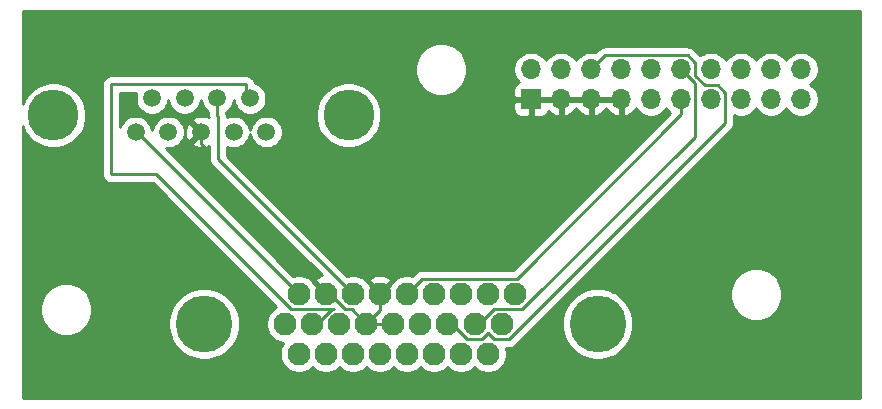
<source format=gbr>
%TF.GenerationSoftware,KiCad,Pcbnew,(5.1.6)-1*%
%TF.CreationDate,2020-07-21T19:36:40-05:00*%
%TF.ProjectId,AppleIIeCardYCable,4170706c-6549-4496-9543-617264594361,rev?*%
%TF.SameCoordinates,Original*%
%TF.FileFunction,Copper,L2,Bot*%
%TF.FilePolarity,Positive*%
%FSLAX46Y46*%
G04 Gerber Fmt 4.6, Leading zero omitted, Abs format (unit mm)*
G04 Created by KiCad (PCBNEW (5.1.6)-1) date 2020-07-21 19:36:40*
%MOMM*%
%LPD*%
G01*
G04 APERTURE LIST*
%TA.AperFunction,ComponentPad*%
%ADD10C,1.950000*%
%TD*%
%TA.AperFunction,ComponentPad*%
%ADD11C,4.800000*%
%TD*%
%TA.AperFunction,ComponentPad*%
%ADD12C,1.500000*%
%TD*%
%TA.AperFunction,ComponentPad*%
%ADD13C,4.300000*%
%TD*%
%TA.AperFunction,ComponentPad*%
%ADD14O,1.700000X1.700000*%
%TD*%
%TA.AperFunction,ComponentPad*%
%ADD15R,1.700000X1.700000*%
%TD*%
%TA.AperFunction,Conductor*%
%ADD16C,0.250000*%
%TD*%
%TA.AperFunction,Conductor*%
%ADD17C,0.254000*%
%TD*%
G04 APERTURE END LIST*
D10*
%TO.P,J1,1*%
%TO.N,Net-(J1-Pad1)*%
X139082001Y-81250001D03*
%TO.P,J1,2*%
%TO.N,GND*%
X141372001Y-81250001D03*
%TO.P,J1,3*%
%TO.N,Net-(J1-Pad3)*%
X143662001Y-81250001D03*
%TO.P,J1,4*%
%TO.N,GND*%
X145952001Y-81250001D03*
%TO.P,J1,5*%
%TO.N,+5V*%
X148242001Y-81250001D03*
%TO.P,J1,6*%
%TO.N,Net-(J1-Pad6)*%
X150532001Y-81250001D03*
%TO.P,J1,7*%
%TO.N,Net-(J1-Pad7)*%
X152822001Y-81250001D03*
%TO.P,J1,8*%
%TO.N,Net-(J1-Pad8)*%
X155112001Y-81250001D03*
%TO.P,J1,9*%
%TO.N,Net-(J1-Pad9)*%
X157402001Y-81250001D03*
%TO.P,J1,10*%
%TO.N,Net-(J1-Pad10)*%
X137937001Y-83790001D03*
%TO.P,J1,11*%
%TO.N,Net-(J1-Pad11)*%
X140227001Y-83790001D03*
%TO.P,J1,12*%
%TO.N,Net-(J1-Pad12)*%
X142517001Y-83790001D03*
%TO.P,J1,13*%
%TO.N,GND*%
X144807001Y-83790001D03*
%TO.P,J1,14*%
X147097001Y-83790001D03*
%TO.P,J1,15*%
%TO.N,Net-(J1-Pad15)*%
X149387001Y-83790001D03*
%TO.P,J1,16*%
%TO.N,Net-(J1-Pad16)*%
X151677001Y-83790001D03*
%TO.P,J1,17*%
%TO.N,Net-(J1-Pad17)*%
X153967001Y-83790001D03*
%TO.P,J1,18*%
%TO.N,Net-(J1-Pad18)*%
X156257001Y-83790001D03*
%TO.P,J1,19*%
%TO.N,Net-(J1-Pad19)*%
X139082001Y-86330001D03*
%TO.P,J1,20*%
%TO.N,Net-(J1-Pad20)*%
X141372001Y-86330001D03*
%TO.P,J1,21*%
%TO.N,Net-(J1-Pad21)*%
X143662001Y-86330001D03*
%TO.P,J1,22*%
%TO.N,Net-(J1-Pad22)*%
X145952001Y-86330001D03*
%TO.P,J1,23*%
%TO.N,Net-(J1-Pad23)*%
X148242001Y-86330001D03*
%TO.P,J1,24*%
%TO.N,Net-(J1-Pad24)*%
X150532001Y-86330001D03*
%TO.P,J1,25*%
%TO.N,Net-(J1-Pad25)*%
X152822001Y-86330001D03*
%TO.P,J1,26*%
%TO.N,Net-(J1-Pad26)*%
X155112001Y-86330001D03*
D11*
%TO.P,J1,MH1*%
%TO.N,Net-(J1-PadMH1)*%
X131067001Y-83790001D03*
%TO.P,J1,MH2*%
%TO.N,Net-(J1-PadMH2)*%
X164392001Y-83790001D03*
%TD*%
D12*
%TO.P,J2,1*%
%TO.N,Net-(J1-Pad1)*%
X125270000Y-67540000D03*
%TO.P,J2,2*%
%TO.N,Net-(J1-Pad21)*%
X128040000Y-67540000D03*
%TO.P,J2,3*%
%TO.N,GND*%
X130810000Y-67540000D03*
%TO.P,J2,4*%
%TO.N,Net-(J1-Pad20)*%
X133580000Y-67540000D03*
%TO.P,J2,5*%
%TO.N,Net-(J1-Pad12)*%
X136350000Y-67540000D03*
%TO.P,J2,6*%
%TO.N,Net-(J1-Pad19)*%
X126655000Y-64700000D03*
%TO.P,J2,7*%
%TO.N,Net-(J1-Pad10)*%
X129425000Y-64700000D03*
%TO.P,J2,8*%
%TO.N,Net-(J1-Pad3)*%
X132195000Y-64700000D03*
%TO.P,J2,9*%
%TO.N,Net-(J1-Pad11)*%
X134965000Y-64700000D03*
D13*
%TO.P,J2,10*%
%TO.N,N/C*%
X143305000Y-66120000D03*
%TO.P,J2,11*%
X118315000Y-66120000D03*
%TD*%
D14*
%TO.P,J3,20*%
%TO.N,Net-(J1-Pad15)*%
X181610000Y-62230000D03*
%TO.P,J3,19*%
%TO.N,Net-(J3-Pad19)*%
X181610000Y-64770000D03*
%TO.P,J3,18*%
%TO.N,Net-(J1-Pad18)*%
X179070000Y-62230000D03*
%TO.P,J3,17*%
%TO.N,Net-(J3-Pad17)*%
X179070000Y-64770000D03*
%TO.P,J3,16*%
%TO.N,Net-(J1-Pad9)*%
X176530000Y-62230000D03*
%TO.P,J3,15*%
%TO.N,Net-(J3-Pad15)*%
X176530000Y-64770000D03*
%TO.P,J3,14*%
%TO.N,Net-(J1-Pad26)*%
X173990000Y-62230000D03*
%TO.P,J3,13*%
%TO.N,Net-(J3-Pad13)*%
X173990000Y-64770000D03*
%TO.P,J3,12*%
%TO.N,Net-(J1-Pad17)*%
X171450000Y-62230000D03*
%TO.P,J3,11*%
%TO.N,+5V*%
X171450000Y-64770000D03*
%TO.P,J3,10*%
%TO.N,Net-(J1-Pad8)*%
X168910000Y-62230000D03*
%TO.P,J3,9*%
%TO.N,Net-(J3-Pad9)*%
X168910000Y-64770000D03*
%TO.P,J3,8*%
%TO.N,Net-(J1-Pad25)*%
X166370000Y-62230000D03*
%TO.P,J3,7*%
%TO.N,GND*%
X166370000Y-64770000D03*
%TO.P,J3,6*%
%TO.N,Net-(J1-Pad16)*%
X163830000Y-62230000D03*
%TO.P,J3,5*%
%TO.N,GND*%
X163830000Y-64770000D03*
%TO.P,J3,4*%
%TO.N,Net-(J1-Pad7)*%
X161290000Y-62230000D03*
%TO.P,J3,3*%
%TO.N,GND*%
X161290000Y-64770000D03*
%TO.P,J3,2*%
%TO.N,Net-(J1-Pad24)*%
X158750000Y-62230000D03*
D15*
%TO.P,J3,1*%
%TO.N,GND*%
X158750000Y-64770000D03*
%TD*%
D16*
%TO.N,Net-(J1-Pad1)*%
X125372000Y-67540000D02*
X125270000Y-67540000D01*
X139082001Y-81250001D02*
X125372000Y-67540000D01*
%TO.N,Net-(J1-Pad3)*%
X143662001Y-81250001D02*
X132262000Y-69850000D01*
X132262000Y-69850000D02*
X132262000Y-66222000D01*
X132195000Y-66155000D02*
X132195000Y-64700000D01*
X132262000Y-66222000D02*
X132195000Y-66155000D01*
%TO.N,GND*%
X141372001Y-81250001D02*
X131242000Y-71120000D01*
X131242000Y-71120000D02*
X131242000Y-69012000D01*
X130810000Y-68580000D02*
X130810000Y-67540000D01*
X131242000Y-69012000D02*
X130810000Y-68580000D01*
X147097001Y-83790001D02*
X147290001Y-83790001D01*
X166370000Y-64770000D02*
X158750000Y-64770000D01*
X158750000Y-68452002D02*
X145952001Y-81250001D01*
X158750000Y-64770000D02*
X158750000Y-68452002D01*
X145952001Y-82645001D02*
X144807001Y-83790001D01*
X145952001Y-81250001D02*
X145952001Y-82645001D01*
X144807001Y-83790001D02*
X147097001Y-83790001D01*
X141737999Y-81250001D02*
X141372001Y-81250001D01*
X143038000Y-82550002D02*
X141737999Y-81250001D01*
X143567002Y-82550002D02*
X143038000Y-82550002D01*
X144807001Y-83790001D02*
X143567002Y-82550002D01*
%TO.N,+5V*%
X171450000Y-66040000D02*
X171450000Y-64770000D01*
X148242001Y-81250001D02*
X149542002Y-79950000D01*
X157540000Y-79950000D02*
X171450000Y-66040000D01*
X149542002Y-79950000D02*
X157540000Y-79950000D01*
%TO.N,Net-(J1-Pad11)*%
X140592999Y-83790001D02*
X141893000Y-82490000D01*
X140227001Y-83790001D02*
X140592999Y-83790001D01*
X138458000Y-82550002D02*
X127027998Y-71120000D01*
X141893000Y-82490000D02*
X142056004Y-82490000D01*
X141996002Y-82550002D02*
X138458000Y-82550002D01*
X142056004Y-82490000D02*
X141996002Y-82550002D01*
X127027998Y-71120000D02*
X123190000Y-71120000D01*
X123190000Y-71120000D02*
X123190000Y-63500000D01*
X123190000Y-63500000D02*
X134620000Y-63500000D01*
X134620000Y-64355000D02*
X134965000Y-64700000D01*
X134620000Y-63500000D02*
X134620000Y-64355000D01*
%TO.N,Net-(J1-Pad16)*%
X165005001Y-61054999D02*
X163830000Y-62230000D01*
X172625001Y-61665999D02*
X172014001Y-61054999D01*
X172625001Y-62768591D02*
X172625001Y-61665999D01*
X173451409Y-63594999D02*
X172625001Y-62768591D01*
X174554001Y-63594999D02*
X173451409Y-63594999D01*
X175165001Y-64205999D02*
X174554001Y-63594999D01*
X156881002Y-85090002D02*
X175165001Y-66806003D01*
X155633000Y-85090002D02*
X156881002Y-85090002D01*
X155112001Y-84569003D02*
X155633000Y-85090002D01*
X172014001Y-61054999D02*
X165005001Y-61054999D01*
X154591002Y-85090002D02*
X155112001Y-84569003D01*
X153343000Y-85090002D02*
X154591002Y-85090002D01*
X152042999Y-83790001D02*
X153343000Y-85090002D01*
X175165001Y-66806003D02*
X175165001Y-64205999D01*
X151677001Y-83790001D02*
X152042999Y-83790001D01*
%TO.N,Net-(J1-Pad17)*%
X172625001Y-67951003D02*
X172625001Y-63405001D01*
X156778000Y-82550002D02*
X158026002Y-82550002D01*
X172625001Y-63405001D02*
X171450000Y-62230000D01*
X158026002Y-82550002D02*
X172625001Y-67951003D01*
X155633000Y-82490000D02*
X156717998Y-82490000D01*
X154332999Y-83790001D02*
X155633000Y-82490000D01*
X156717998Y-82490000D02*
X156778000Y-82550002D01*
X153967001Y-83790001D02*
X154332999Y-83790001D01*
%TD*%
D17*
%TO.N,GND*%
G36*
X186563000Y-90043000D02*
G01*
X115697000Y-90043000D01*
X115697000Y-82329872D01*
X117145000Y-82329872D01*
X117145000Y-82770128D01*
X117230890Y-83201925D01*
X117399369Y-83608669D01*
X117643962Y-83974729D01*
X117955271Y-84286038D01*
X118321331Y-84530631D01*
X118728075Y-84699110D01*
X119159872Y-84785000D01*
X119600128Y-84785000D01*
X120031925Y-84699110D01*
X120438669Y-84530631D01*
X120804729Y-84286038D01*
X121116038Y-83974729D01*
X121360631Y-83608669D01*
X121409337Y-83491080D01*
X128032001Y-83491080D01*
X128032001Y-84088922D01*
X128148634Y-84675278D01*
X128377419Y-85227613D01*
X128709563Y-85724701D01*
X129132301Y-86147439D01*
X129629389Y-86479583D01*
X130181724Y-86708368D01*
X130768080Y-86825001D01*
X131365922Y-86825001D01*
X131952278Y-86708368D01*
X132504613Y-86479583D01*
X133001701Y-86147439D01*
X133424439Y-85724701D01*
X133756583Y-85227613D01*
X133985368Y-84675278D01*
X134102001Y-84088922D01*
X134102001Y-83491080D01*
X133985368Y-82904724D01*
X133756583Y-82352389D01*
X133424439Y-81855301D01*
X133001701Y-81432563D01*
X132504613Y-81100419D01*
X131952278Y-80871634D01*
X131365922Y-80755001D01*
X130768080Y-80755001D01*
X130181724Y-80871634D01*
X129629389Y-81100419D01*
X129132301Y-81432563D01*
X128709563Y-81855301D01*
X128377419Y-82352389D01*
X128148634Y-82904724D01*
X128032001Y-83491080D01*
X121409337Y-83491080D01*
X121529110Y-83201925D01*
X121615000Y-82770128D01*
X121615000Y-82329872D01*
X121529110Y-81898075D01*
X121360631Y-81491331D01*
X121116038Y-81125271D01*
X120804729Y-80813962D01*
X120438669Y-80569369D01*
X120031925Y-80400890D01*
X119600128Y-80315000D01*
X119159872Y-80315000D01*
X118728075Y-80400890D01*
X118321331Y-80569369D01*
X117955271Y-80813962D01*
X117643962Y-81125271D01*
X117399369Y-81491331D01*
X117230890Y-81898075D01*
X117145000Y-82329872D01*
X115697000Y-82329872D01*
X115697000Y-67077144D01*
X115846965Y-67439192D01*
X116151750Y-67895334D01*
X116539666Y-68283250D01*
X116995808Y-68588035D01*
X117502646Y-68797974D01*
X118040701Y-68905000D01*
X118589299Y-68905000D01*
X119127354Y-68797974D01*
X119634192Y-68588035D01*
X120090334Y-68283250D01*
X120478250Y-67895334D01*
X120783035Y-67439192D01*
X120992974Y-66932354D01*
X121100000Y-66394299D01*
X121100000Y-65845701D01*
X120992974Y-65307646D01*
X120783035Y-64800808D01*
X120478250Y-64344666D01*
X120090334Y-63956750D01*
X119634192Y-63651965D01*
X119267316Y-63500000D01*
X122426323Y-63500000D01*
X122430001Y-63537343D01*
X122430000Y-71082667D01*
X122426323Y-71120000D01*
X122440997Y-71268986D01*
X122484454Y-71412247D01*
X122555026Y-71544276D01*
X122626200Y-71631002D01*
X122649999Y-71660001D01*
X122765724Y-71754974D01*
X122897753Y-71825546D01*
X123041014Y-71869003D01*
X123190000Y-71883677D01*
X123227333Y-71880000D01*
X126713197Y-71880000D01*
X137189975Y-82356778D01*
X137174380Y-82363238D01*
X136910686Y-82539432D01*
X136686432Y-82763686D01*
X136510238Y-83027380D01*
X136388872Y-83320381D01*
X136327001Y-83631430D01*
X136327001Y-83948572D01*
X136388872Y-84259621D01*
X136510238Y-84552622D01*
X136686432Y-84816316D01*
X136910686Y-85040570D01*
X137174380Y-85216764D01*
X137467381Y-85338130D01*
X137768409Y-85398008D01*
X137655238Y-85567380D01*
X137533872Y-85860381D01*
X137472001Y-86171430D01*
X137472001Y-86488572D01*
X137533872Y-86799621D01*
X137655238Y-87092622D01*
X137831432Y-87356316D01*
X138055686Y-87580570D01*
X138319380Y-87756764D01*
X138612381Y-87878130D01*
X138923430Y-87940001D01*
X139240572Y-87940001D01*
X139551621Y-87878130D01*
X139844622Y-87756764D01*
X140108316Y-87580570D01*
X140227001Y-87461885D01*
X140345686Y-87580570D01*
X140609380Y-87756764D01*
X140902381Y-87878130D01*
X141213430Y-87940001D01*
X141530572Y-87940001D01*
X141841621Y-87878130D01*
X142134622Y-87756764D01*
X142398316Y-87580570D01*
X142517001Y-87461885D01*
X142635686Y-87580570D01*
X142899380Y-87756764D01*
X143192381Y-87878130D01*
X143503430Y-87940001D01*
X143820572Y-87940001D01*
X144131621Y-87878130D01*
X144424622Y-87756764D01*
X144688316Y-87580570D01*
X144807001Y-87461885D01*
X144925686Y-87580570D01*
X145189380Y-87756764D01*
X145482381Y-87878130D01*
X145793430Y-87940001D01*
X146110572Y-87940001D01*
X146421621Y-87878130D01*
X146714622Y-87756764D01*
X146978316Y-87580570D01*
X147097001Y-87461885D01*
X147215686Y-87580570D01*
X147479380Y-87756764D01*
X147772381Y-87878130D01*
X148083430Y-87940001D01*
X148400572Y-87940001D01*
X148711621Y-87878130D01*
X149004622Y-87756764D01*
X149268316Y-87580570D01*
X149387001Y-87461885D01*
X149505686Y-87580570D01*
X149769380Y-87756764D01*
X150062381Y-87878130D01*
X150373430Y-87940001D01*
X150690572Y-87940001D01*
X151001621Y-87878130D01*
X151294622Y-87756764D01*
X151558316Y-87580570D01*
X151677001Y-87461885D01*
X151795686Y-87580570D01*
X152059380Y-87756764D01*
X152352381Y-87878130D01*
X152663430Y-87940001D01*
X152980572Y-87940001D01*
X153291621Y-87878130D01*
X153584622Y-87756764D01*
X153848316Y-87580570D01*
X153967001Y-87461885D01*
X154085686Y-87580570D01*
X154349380Y-87756764D01*
X154642381Y-87878130D01*
X154953430Y-87940001D01*
X155270572Y-87940001D01*
X155581621Y-87878130D01*
X155874622Y-87756764D01*
X156138316Y-87580570D01*
X156362570Y-87356316D01*
X156538764Y-87092622D01*
X156660130Y-86799621D01*
X156722001Y-86488572D01*
X156722001Y-86171430D01*
X156660130Y-85860381D01*
X156655831Y-85850002D01*
X156843680Y-85850002D01*
X156881002Y-85853678D01*
X156918324Y-85850002D01*
X156918335Y-85850002D01*
X157029988Y-85839005D01*
X157173249Y-85795548D01*
X157305278Y-85724976D01*
X157421003Y-85630003D01*
X157444806Y-85600999D01*
X159554725Y-83491080D01*
X161357001Y-83491080D01*
X161357001Y-84088922D01*
X161473634Y-84675278D01*
X161702419Y-85227613D01*
X162034563Y-85724701D01*
X162457301Y-86147439D01*
X162954389Y-86479583D01*
X163506724Y-86708368D01*
X164093080Y-86825001D01*
X164690922Y-86825001D01*
X165277278Y-86708368D01*
X165829613Y-86479583D01*
X166326701Y-86147439D01*
X166749439Y-85724701D01*
X167081583Y-85227613D01*
X167310368Y-84675278D01*
X167427001Y-84088922D01*
X167427001Y-83491080D01*
X167310368Y-82904724D01*
X167081583Y-82352389D01*
X166749439Y-81855301D01*
X166326701Y-81432563D01*
X165829613Y-81100419D01*
X165731725Y-81059872D01*
X175565000Y-81059872D01*
X175565000Y-81500128D01*
X175650890Y-81931925D01*
X175819369Y-82338669D01*
X176063962Y-82704729D01*
X176375271Y-83016038D01*
X176741331Y-83260631D01*
X177148075Y-83429110D01*
X177579872Y-83515000D01*
X178020128Y-83515000D01*
X178451925Y-83429110D01*
X178858669Y-83260631D01*
X179224729Y-83016038D01*
X179536038Y-82704729D01*
X179780631Y-82338669D01*
X179949110Y-81931925D01*
X180035000Y-81500128D01*
X180035000Y-81059872D01*
X179949110Y-80628075D01*
X179780631Y-80221331D01*
X179536038Y-79855271D01*
X179224729Y-79543962D01*
X178858669Y-79299369D01*
X178451925Y-79130890D01*
X178020128Y-79045000D01*
X177579872Y-79045000D01*
X177148075Y-79130890D01*
X176741331Y-79299369D01*
X176375271Y-79543962D01*
X176063962Y-79855271D01*
X175819369Y-80221331D01*
X175650890Y-80628075D01*
X175565000Y-81059872D01*
X165731725Y-81059872D01*
X165277278Y-80871634D01*
X164690922Y-80755001D01*
X164093080Y-80755001D01*
X163506724Y-80871634D01*
X162954389Y-81100419D01*
X162457301Y-81432563D01*
X162034563Y-81855301D01*
X161702419Y-82352389D01*
X161473634Y-82904724D01*
X161357001Y-83491080D01*
X159554725Y-83491080D01*
X175676005Y-67369801D01*
X175705002Y-67346004D01*
X175799975Y-67230279D01*
X175870547Y-67098250D01*
X175914004Y-66954989D01*
X175925001Y-66843336D01*
X175925001Y-66843327D01*
X175928677Y-66806004D01*
X175925001Y-66768681D01*
X175925001Y-66126753D01*
X176096842Y-66197932D01*
X176383740Y-66255000D01*
X176676260Y-66255000D01*
X176963158Y-66197932D01*
X177233411Y-66085990D01*
X177476632Y-65923475D01*
X177683475Y-65716632D01*
X177800000Y-65542240D01*
X177916525Y-65716632D01*
X178123368Y-65923475D01*
X178366589Y-66085990D01*
X178636842Y-66197932D01*
X178923740Y-66255000D01*
X179216260Y-66255000D01*
X179503158Y-66197932D01*
X179773411Y-66085990D01*
X180016632Y-65923475D01*
X180223475Y-65716632D01*
X180340000Y-65542240D01*
X180456525Y-65716632D01*
X180663368Y-65923475D01*
X180906589Y-66085990D01*
X181176842Y-66197932D01*
X181463740Y-66255000D01*
X181756260Y-66255000D01*
X182043158Y-66197932D01*
X182313411Y-66085990D01*
X182556632Y-65923475D01*
X182763475Y-65716632D01*
X182925990Y-65473411D01*
X183037932Y-65203158D01*
X183095000Y-64916260D01*
X183095000Y-64623740D01*
X183037932Y-64336842D01*
X182925990Y-64066589D01*
X182763475Y-63823368D01*
X182556632Y-63616525D01*
X182382240Y-63500000D01*
X182556632Y-63383475D01*
X182763475Y-63176632D01*
X182925990Y-62933411D01*
X183037932Y-62663158D01*
X183095000Y-62376260D01*
X183095000Y-62083740D01*
X183037932Y-61796842D01*
X182925990Y-61526589D01*
X182763475Y-61283368D01*
X182556632Y-61076525D01*
X182313411Y-60914010D01*
X182043158Y-60802068D01*
X181756260Y-60745000D01*
X181463740Y-60745000D01*
X181176842Y-60802068D01*
X180906589Y-60914010D01*
X180663368Y-61076525D01*
X180456525Y-61283368D01*
X180340000Y-61457760D01*
X180223475Y-61283368D01*
X180016632Y-61076525D01*
X179773411Y-60914010D01*
X179503158Y-60802068D01*
X179216260Y-60745000D01*
X178923740Y-60745000D01*
X178636842Y-60802068D01*
X178366589Y-60914010D01*
X178123368Y-61076525D01*
X177916525Y-61283368D01*
X177800000Y-61457760D01*
X177683475Y-61283368D01*
X177476632Y-61076525D01*
X177233411Y-60914010D01*
X176963158Y-60802068D01*
X176676260Y-60745000D01*
X176383740Y-60745000D01*
X176096842Y-60802068D01*
X175826589Y-60914010D01*
X175583368Y-61076525D01*
X175376525Y-61283368D01*
X175260000Y-61457760D01*
X175143475Y-61283368D01*
X174936632Y-61076525D01*
X174693411Y-60914010D01*
X174423158Y-60802068D01*
X174136260Y-60745000D01*
X173843740Y-60745000D01*
X173556842Y-60802068D01*
X173286589Y-60914010D01*
X173083509Y-61049704D01*
X172577804Y-60544001D01*
X172554002Y-60514998D01*
X172438277Y-60420025D01*
X172306248Y-60349453D01*
X172162987Y-60305996D01*
X172051334Y-60294999D01*
X172051323Y-60294999D01*
X172014001Y-60291323D01*
X171976679Y-60294999D01*
X165042323Y-60294999D01*
X165005000Y-60291323D01*
X164967677Y-60294999D01*
X164967668Y-60294999D01*
X164856015Y-60305996D01*
X164712754Y-60349453D01*
X164580725Y-60420025D01*
X164465000Y-60514998D01*
X164441202Y-60543996D01*
X164196408Y-60788790D01*
X163976260Y-60745000D01*
X163683740Y-60745000D01*
X163396842Y-60802068D01*
X163126589Y-60914010D01*
X162883368Y-61076525D01*
X162676525Y-61283368D01*
X162560000Y-61457760D01*
X162443475Y-61283368D01*
X162236632Y-61076525D01*
X161993411Y-60914010D01*
X161723158Y-60802068D01*
X161436260Y-60745000D01*
X161143740Y-60745000D01*
X160856842Y-60802068D01*
X160586589Y-60914010D01*
X160343368Y-61076525D01*
X160136525Y-61283368D01*
X160020000Y-61457760D01*
X159903475Y-61283368D01*
X159696632Y-61076525D01*
X159453411Y-60914010D01*
X159183158Y-60802068D01*
X158896260Y-60745000D01*
X158603740Y-60745000D01*
X158316842Y-60802068D01*
X158046589Y-60914010D01*
X157803368Y-61076525D01*
X157596525Y-61283368D01*
X157434010Y-61526589D01*
X157322068Y-61796842D01*
X157265000Y-62083740D01*
X157265000Y-62376260D01*
X157322068Y-62663158D01*
X157434010Y-62933411D01*
X157596525Y-63176632D01*
X157728380Y-63308487D01*
X157655820Y-63330498D01*
X157545506Y-63389463D01*
X157448815Y-63468815D01*
X157369463Y-63565506D01*
X157310498Y-63675820D01*
X157274188Y-63795518D01*
X157261928Y-63920000D01*
X157265000Y-64484250D01*
X157423750Y-64643000D01*
X158623000Y-64643000D01*
X158623000Y-64623000D01*
X158877000Y-64623000D01*
X158877000Y-64643000D01*
X161163000Y-64643000D01*
X161163000Y-64623000D01*
X161417000Y-64623000D01*
X161417000Y-64643000D01*
X163703000Y-64643000D01*
X163703000Y-64623000D01*
X163957000Y-64623000D01*
X163957000Y-64643000D01*
X166243000Y-64643000D01*
X166243000Y-64623000D01*
X166497000Y-64623000D01*
X166497000Y-64643000D01*
X166517000Y-64643000D01*
X166517000Y-64897000D01*
X166497000Y-64897000D01*
X166497000Y-66090155D01*
X166726890Y-66211476D01*
X166874099Y-66166825D01*
X167136920Y-66041641D01*
X167370269Y-65867588D01*
X167565178Y-65651355D01*
X167634805Y-65534466D01*
X167756525Y-65716632D01*
X167963368Y-65923475D01*
X168206589Y-66085990D01*
X168476842Y-66197932D01*
X168763740Y-66255000D01*
X169056260Y-66255000D01*
X169343158Y-66197932D01*
X169613411Y-66085990D01*
X169856632Y-65923475D01*
X170063475Y-65716632D01*
X170180000Y-65542240D01*
X170296525Y-65716632D01*
X170497546Y-65917653D01*
X157225199Y-79190000D01*
X149579324Y-79190000D01*
X149542001Y-79186324D01*
X149504678Y-79190000D01*
X149504669Y-79190000D01*
X149393016Y-79200997D01*
X149249755Y-79244454D01*
X149117725Y-79315026D01*
X149034085Y-79383668D01*
X149002001Y-79409999D01*
X148978203Y-79438997D01*
X148714242Y-79702958D01*
X148711621Y-79701872D01*
X148400572Y-79640001D01*
X148083430Y-79640001D01*
X147772381Y-79701872D01*
X147479380Y-79823238D01*
X147215686Y-79999432D01*
X146991432Y-80223686D01*
X146815238Y-80487380D01*
X146759384Y-80622223D01*
X146131606Y-81250001D01*
X146145749Y-81264144D01*
X145966144Y-81443749D01*
X145952001Y-81429606D01*
X145937859Y-81443749D01*
X145758254Y-81264144D01*
X145772396Y-81250001D01*
X145144618Y-80622223D01*
X145088764Y-80487380D01*
X144912570Y-80223686D01*
X144821301Y-80132417D01*
X145014022Y-80132417D01*
X145952001Y-81070396D01*
X146889980Y-80132417D01*
X146797235Y-79870572D01*
X146511881Y-79732181D01*
X146205011Y-79652118D01*
X145888417Y-79633461D01*
X145574268Y-79676927D01*
X145274634Y-79780845D01*
X145106767Y-79870572D01*
X145014022Y-80132417D01*
X144821301Y-80132417D01*
X144688316Y-79999432D01*
X144424622Y-79823238D01*
X144131621Y-79701872D01*
X143820572Y-79640001D01*
X143503430Y-79640001D01*
X143192381Y-79701872D01*
X143189760Y-79702958D01*
X133022000Y-69535199D01*
X133022000Y-68807982D01*
X133176011Y-68871775D01*
X133443589Y-68925000D01*
X133716411Y-68925000D01*
X133983989Y-68871775D01*
X134236043Y-68767371D01*
X134462886Y-68615799D01*
X134655799Y-68422886D01*
X134807371Y-68196043D01*
X134911775Y-67943989D01*
X134965000Y-67676411D01*
X135018225Y-67943989D01*
X135122629Y-68196043D01*
X135274201Y-68422886D01*
X135467114Y-68615799D01*
X135693957Y-68767371D01*
X135946011Y-68871775D01*
X136213589Y-68925000D01*
X136486411Y-68925000D01*
X136753989Y-68871775D01*
X137006043Y-68767371D01*
X137232886Y-68615799D01*
X137425799Y-68422886D01*
X137577371Y-68196043D01*
X137681775Y-67943989D01*
X137735000Y-67676411D01*
X137735000Y-67403589D01*
X137681775Y-67136011D01*
X137577371Y-66883957D01*
X137425799Y-66657114D01*
X137232886Y-66464201D01*
X137006043Y-66312629D01*
X136753989Y-66208225D01*
X136486411Y-66155000D01*
X136213589Y-66155000D01*
X135946011Y-66208225D01*
X135693957Y-66312629D01*
X135467114Y-66464201D01*
X135274201Y-66657114D01*
X135122629Y-66883957D01*
X135018225Y-67136011D01*
X134965000Y-67403589D01*
X134911775Y-67136011D01*
X134807371Y-66883957D01*
X134655799Y-66657114D01*
X134462886Y-66464201D01*
X134236043Y-66312629D01*
X133983989Y-66208225D01*
X133716411Y-66155000D01*
X133443589Y-66155000D01*
X133176011Y-66208225D01*
X133022000Y-66272018D01*
X133022000Y-66259322D01*
X133025676Y-66221999D01*
X133022000Y-66184677D01*
X133022000Y-66184667D01*
X133011003Y-66073014D01*
X132967546Y-65929753D01*
X132955000Y-65906281D01*
X132955000Y-65857909D01*
X133077886Y-65775799D01*
X133270799Y-65582886D01*
X133422371Y-65356043D01*
X133526775Y-65103989D01*
X133580000Y-64836411D01*
X133633225Y-65103989D01*
X133737629Y-65356043D01*
X133889201Y-65582886D01*
X134082114Y-65775799D01*
X134308957Y-65927371D01*
X134561011Y-66031775D01*
X134828589Y-66085000D01*
X135101411Y-66085000D01*
X135368989Y-66031775D01*
X135621043Y-65927371D01*
X135743270Y-65845701D01*
X140520000Y-65845701D01*
X140520000Y-66394299D01*
X140627026Y-66932354D01*
X140836965Y-67439192D01*
X141141750Y-67895334D01*
X141529666Y-68283250D01*
X141985808Y-68588035D01*
X142492646Y-68797974D01*
X143030701Y-68905000D01*
X143579299Y-68905000D01*
X144117354Y-68797974D01*
X144624192Y-68588035D01*
X145080334Y-68283250D01*
X145468250Y-67895334D01*
X145773035Y-67439192D01*
X145982974Y-66932354D01*
X146090000Y-66394299D01*
X146090000Y-65845701D01*
X146045106Y-65620000D01*
X157261928Y-65620000D01*
X157274188Y-65744482D01*
X157310498Y-65864180D01*
X157369463Y-65974494D01*
X157448815Y-66071185D01*
X157545506Y-66150537D01*
X157655820Y-66209502D01*
X157775518Y-66245812D01*
X157900000Y-66258072D01*
X158464250Y-66255000D01*
X158623000Y-66096250D01*
X158623000Y-64897000D01*
X158877000Y-64897000D01*
X158877000Y-66096250D01*
X159035750Y-66255000D01*
X159600000Y-66258072D01*
X159724482Y-66245812D01*
X159844180Y-66209502D01*
X159954494Y-66150537D01*
X160051185Y-66071185D01*
X160130537Y-65974494D01*
X160189502Y-65864180D01*
X160213966Y-65783534D01*
X160289731Y-65867588D01*
X160523080Y-66041641D01*
X160785901Y-66166825D01*
X160933110Y-66211476D01*
X161163000Y-66090155D01*
X161163000Y-64897000D01*
X161417000Y-64897000D01*
X161417000Y-66090155D01*
X161646890Y-66211476D01*
X161794099Y-66166825D01*
X162056920Y-66041641D01*
X162290269Y-65867588D01*
X162485178Y-65651355D01*
X162560000Y-65525745D01*
X162634822Y-65651355D01*
X162829731Y-65867588D01*
X163063080Y-66041641D01*
X163325901Y-66166825D01*
X163473110Y-66211476D01*
X163703000Y-66090155D01*
X163703000Y-64897000D01*
X163957000Y-64897000D01*
X163957000Y-66090155D01*
X164186890Y-66211476D01*
X164334099Y-66166825D01*
X164596920Y-66041641D01*
X164830269Y-65867588D01*
X165025178Y-65651355D01*
X165100000Y-65525745D01*
X165174822Y-65651355D01*
X165369731Y-65867588D01*
X165603080Y-66041641D01*
X165865901Y-66166825D01*
X166013110Y-66211476D01*
X166243000Y-66090155D01*
X166243000Y-64897000D01*
X163957000Y-64897000D01*
X163703000Y-64897000D01*
X161417000Y-64897000D01*
X161163000Y-64897000D01*
X158877000Y-64897000D01*
X158623000Y-64897000D01*
X157423750Y-64897000D01*
X157265000Y-65055750D01*
X157261928Y-65620000D01*
X146045106Y-65620000D01*
X145982974Y-65307646D01*
X145773035Y-64800808D01*
X145468250Y-64344666D01*
X145080334Y-63956750D01*
X144624192Y-63651965D01*
X144117354Y-63442026D01*
X143579299Y-63335000D01*
X143030701Y-63335000D01*
X142492646Y-63442026D01*
X141985808Y-63651965D01*
X141529666Y-63956750D01*
X141141750Y-64344666D01*
X140836965Y-64800808D01*
X140627026Y-65307646D01*
X140520000Y-65845701D01*
X135743270Y-65845701D01*
X135847886Y-65775799D01*
X136040799Y-65582886D01*
X136192371Y-65356043D01*
X136296775Y-65103989D01*
X136350000Y-64836411D01*
X136350000Y-64563589D01*
X136296775Y-64296011D01*
X136192371Y-64043957D01*
X136040799Y-63817114D01*
X135847886Y-63624201D01*
X135621043Y-63472629D01*
X135370771Y-63368963D01*
X135369003Y-63351014D01*
X135325546Y-63207753D01*
X135254974Y-63075724D01*
X135160001Y-62959999D01*
X135044276Y-62865026D01*
X134912247Y-62794454D01*
X134768986Y-62750997D01*
X134657333Y-62740000D01*
X134620000Y-62736323D01*
X134582667Y-62740000D01*
X123227333Y-62740000D01*
X123190000Y-62736323D01*
X123152667Y-62740000D01*
X123041014Y-62750997D01*
X122897753Y-62794454D01*
X122765724Y-62865026D01*
X122649999Y-62959999D01*
X122555026Y-63075724D01*
X122484454Y-63207753D01*
X122440997Y-63351014D01*
X122426323Y-63500000D01*
X119267316Y-63500000D01*
X119127354Y-63442026D01*
X118589299Y-63335000D01*
X118040701Y-63335000D01*
X117502646Y-63442026D01*
X116995808Y-63651965D01*
X116539666Y-63956750D01*
X116151750Y-64344666D01*
X115846965Y-64800808D01*
X115697000Y-65162856D01*
X115697000Y-62009872D01*
X148895000Y-62009872D01*
X148895000Y-62450128D01*
X148980890Y-62881925D01*
X149149369Y-63288669D01*
X149393962Y-63654729D01*
X149705271Y-63966038D01*
X150071331Y-64210631D01*
X150478075Y-64379110D01*
X150909872Y-64465000D01*
X151350128Y-64465000D01*
X151781925Y-64379110D01*
X152188669Y-64210631D01*
X152554729Y-63966038D01*
X152866038Y-63654729D01*
X153110631Y-63288669D01*
X153279110Y-62881925D01*
X153365000Y-62450128D01*
X153365000Y-62009872D01*
X153279110Y-61578075D01*
X153110631Y-61171331D01*
X152866038Y-60805271D01*
X152554729Y-60493962D01*
X152188669Y-60249369D01*
X151781925Y-60080890D01*
X151350128Y-59995000D01*
X150909872Y-59995000D01*
X150478075Y-60080890D01*
X150071331Y-60249369D01*
X149705271Y-60493962D01*
X149393962Y-60805271D01*
X149149369Y-61171331D01*
X148980890Y-61578075D01*
X148895000Y-62009872D01*
X115697000Y-62009872D01*
X115697000Y-57277000D01*
X186563000Y-57277000D01*
X186563000Y-90043000D01*
G37*
X186563000Y-90043000D02*
X115697000Y-90043000D01*
X115697000Y-82329872D01*
X117145000Y-82329872D01*
X117145000Y-82770128D01*
X117230890Y-83201925D01*
X117399369Y-83608669D01*
X117643962Y-83974729D01*
X117955271Y-84286038D01*
X118321331Y-84530631D01*
X118728075Y-84699110D01*
X119159872Y-84785000D01*
X119600128Y-84785000D01*
X120031925Y-84699110D01*
X120438669Y-84530631D01*
X120804729Y-84286038D01*
X121116038Y-83974729D01*
X121360631Y-83608669D01*
X121409337Y-83491080D01*
X128032001Y-83491080D01*
X128032001Y-84088922D01*
X128148634Y-84675278D01*
X128377419Y-85227613D01*
X128709563Y-85724701D01*
X129132301Y-86147439D01*
X129629389Y-86479583D01*
X130181724Y-86708368D01*
X130768080Y-86825001D01*
X131365922Y-86825001D01*
X131952278Y-86708368D01*
X132504613Y-86479583D01*
X133001701Y-86147439D01*
X133424439Y-85724701D01*
X133756583Y-85227613D01*
X133985368Y-84675278D01*
X134102001Y-84088922D01*
X134102001Y-83491080D01*
X133985368Y-82904724D01*
X133756583Y-82352389D01*
X133424439Y-81855301D01*
X133001701Y-81432563D01*
X132504613Y-81100419D01*
X131952278Y-80871634D01*
X131365922Y-80755001D01*
X130768080Y-80755001D01*
X130181724Y-80871634D01*
X129629389Y-81100419D01*
X129132301Y-81432563D01*
X128709563Y-81855301D01*
X128377419Y-82352389D01*
X128148634Y-82904724D01*
X128032001Y-83491080D01*
X121409337Y-83491080D01*
X121529110Y-83201925D01*
X121615000Y-82770128D01*
X121615000Y-82329872D01*
X121529110Y-81898075D01*
X121360631Y-81491331D01*
X121116038Y-81125271D01*
X120804729Y-80813962D01*
X120438669Y-80569369D01*
X120031925Y-80400890D01*
X119600128Y-80315000D01*
X119159872Y-80315000D01*
X118728075Y-80400890D01*
X118321331Y-80569369D01*
X117955271Y-80813962D01*
X117643962Y-81125271D01*
X117399369Y-81491331D01*
X117230890Y-81898075D01*
X117145000Y-82329872D01*
X115697000Y-82329872D01*
X115697000Y-67077144D01*
X115846965Y-67439192D01*
X116151750Y-67895334D01*
X116539666Y-68283250D01*
X116995808Y-68588035D01*
X117502646Y-68797974D01*
X118040701Y-68905000D01*
X118589299Y-68905000D01*
X119127354Y-68797974D01*
X119634192Y-68588035D01*
X120090334Y-68283250D01*
X120478250Y-67895334D01*
X120783035Y-67439192D01*
X120992974Y-66932354D01*
X121100000Y-66394299D01*
X121100000Y-65845701D01*
X120992974Y-65307646D01*
X120783035Y-64800808D01*
X120478250Y-64344666D01*
X120090334Y-63956750D01*
X119634192Y-63651965D01*
X119267316Y-63500000D01*
X122426323Y-63500000D01*
X122430001Y-63537343D01*
X122430000Y-71082667D01*
X122426323Y-71120000D01*
X122440997Y-71268986D01*
X122484454Y-71412247D01*
X122555026Y-71544276D01*
X122626200Y-71631002D01*
X122649999Y-71660001D01*
X122765724Y-71754974D01*
X122897753Y-71825546D01*
X123041014Y-71869003D01*
X123190000Y-71883677D01*
X123227333Y-71880000D01*
X126713197Y-71880000D01*
X137189975Y-82356778D01*
X137174380Y-82363238D01*
X136910686Y-82539432D01*
X136686432Y-82763686D01*
X136510238Y-83027380D01*
X136388872Y-83320381D01*
X136327001Y-83631430D01*
X136327001Y-83948572D01*
X136388872Y-84259621D01*
X136510238Y-84552622D01*
X136686432Y-84816316D01*
X136910686Y-85040570D01*
X137174380Y-85216764D01*
X137467381Y-85338130D01*
X137768409Y-85398008D01*
X137655238Y-85567380D01*
X137533872Y-85860381D01*
X137472001Y-86171430D01*
X137472001Y-86488572D01*
X137533872Y-86799621D01*
X137655238Y-87092622D01*
X137831432Y-87356316D01*
X138055686Y-87580570D01*
X138319380Y-87756764D01*
X138612381Y-87878130D01*
X138923430Y-87940001D01*
X139240572Y-87940001D01*
X139551621Y-87878130D01*
X139844622Y-87756764D01*
X140108316Y-87580570D01*
X140227001Y-87461885D01*
X140345686Y-87580570D01*
X140609380Y-87756764D01*
X140902381Y-87878130D01*
X141213430Y-87940001D01*
X141530572Y-87940001D01*
X141841621Y-87878130D01*
X142134622Y-87756764D01*
X142398316Y-87580570D01*
X142517001Y-87461885D01*
X142635686Y-87580570D01*
X142899380Y-87756764D01*
X143192381Y-87878130D01*
X143503430Y-87940001D01*
X143820572Y-87940001D01*
X144131621Y-87878130D01*
X144424622Y-87756764D01*
X144688316Y-87580570D01*
X144807001Y-87461885D01*
X144925686Y-87580570D01*
X145189380Y-87756764D01*
X145482381Y-87878130D01*
X145793430Y-87940001D01*
X146110572Y-87940001D01*
X146421621Y-87878130D01*
X146714622Y-87756764D01*
X146978316Y-87580570D01*
X147097001Y-87461885D01*
X147215686Y-87580570D01*
X147479380Y-87756764D01*
X147772381Y-87878130D01*
X148083430Y-87940001D01*
X148400572Y-87940001D01*
X148711621Y-87878130D01*
X149004622Y-87756764D01*
X149268316Y-87580570D01*
X149387001Y-87461885D01*
X149505686Y-87580570D01*
X149769380Y-87756764D01*
X150062381Y-87878130D01*
X150373430Y-87940001D01*
X150690572Y-87940001D01*
X151001621Y-87878130D01*
X151294622Y-87756764D01*
X151558316Y-87580570D01*
X151677001Y-87461885D01*
X151795686Y-87580570D01*
X152059380Y-87756764D01*
X152352381Y-87878130D01*
X152663430Y-87940001D01*
X152980572Y-87940001D01*
X153291621Y-87878130D01*
X153584622Y-87756764D01*
X153848316Y-87580570D01*
X153967001Y-87461885D01*
X154085686Y-87580570D01*
X154349380Y-87756764D01*
X154642381Y-87878130D01*
X154953430Y-87940001D01*
X155270572Y-87940001D01*
X155581621Y-87878130D01*
X155874622Y-87756764D01*
X156138316Y-87580570D01*
X156362570Y-87356316D01*
X156538764Y-87092622D01*
X156660130Y-86799621D01*
X156722001Y-86488572D01*
X156722001Y-86171430D01*
X156660130Y-85860381D01*
X156655831Y-85850002D01*
X156843680Y-85850002D01*
X156881002Y-85853678D01*
X156918324Y-85850002D01*
X156918335Y-85850002D01*
X157029988Y-85839005D01*
X157173249Y-85795548D01*
X157305278Y-85724976D01*
X157421003Y-85630003D01*
X157444806Y-85600999D01*
X159554725Y-83491080D01*
X161357001Y-83491080D01*
X161357001Y-84088922D01*
X161473634Y-84675278D01*
X161702419Y-85227613D01*
X162034563Y-85724701D01*
X162457301Y-86147439D01*
X162954389Y-86479583D01*
X163506724Y-86708368D01*
X164093080Y-86825001D01*
X164690922Y-86825001D01*
X165277278Y-86708368D01*
X165829613Y-86479583D01*
X166326701Y-86147439D01*
X166749439Y-85724701D01*
X167081583Y-85227613D01*
X167310368Y-84675278D01*
X167427001Y-84088922D01*
X167427001Y-83491080D01*
X167310368Y-82904724D01*
X167081583Y-82352389D01*
X166749439Y-81855301D01*
X166326701Y-81432563D01*
X165829613Y-81100419D01*
X165731725Y-81059872D01*
X175565000Y-81059872D01*
X175565000Y-81500128D01*
X175650890Y-81931925D01*
X175819369Y-82338669D01*
X176063962Y-82704729D01*
X176375271Y-83016038D01*
X176741331Y-83260631D01*
X177148075Y-83429110D01*
X177579872Y-83515000D01*
X178020128Y-83515000D01*
X178451925Y-83429110D01*
X178858669Y-83260631D01*
X179224729Y-83016038D01*
X179536038Y-82704729D01*
X179780631Y-82338669D01*
X179949110Y-81931925D01*
X180035000Y-81500128D01*
X180035000Y-81059872D01*
X179949110Y-80628075D01*
X179780631Y-80221331D01*
X179536038Y-79855271D01*
X179224729Y-79543962D01*
X178858669Y-79299369D01*
X178451925Y-79130890D01*
X178020128Y-79045000D01*
X177579872Y-79045000D01*
X177148075Y-79130890D01*
X176741331Y-79299369D01*
X176375271Y-79543962D01*
X176063962Y-79855271D01*
X175819369Y-80221331D01*
X175650890Y-80628075D01*
X175565000Y-81059872D01*
X165731725Y-81059872D01*
X165277278Y-80871634D01*
X164690922Y-80755001D01*
X164093080Y-80755001D01*
X163506724Y-80871634D01*
X162954389Y-81100419D01*
X162457301Y-81432563D01*
X162034563Y-81855301D01*
X161702419Y-82352389D01*
X161473634Y-82904724D01*
X161357001Y-83491080D01*
X159554725Y-83491080D01*
X175676005Y-67369801D01*
X175705002Y-67346004D01*
X175799975Y-67230279D01*
X175870547Y-67098250D01*
X175914004Y-66954989D01*
X175925001Y-66843336D01*
X175925001Y-66843327D01*
X175928677Y-66806004D01*
X175925001Y-66768681D01*
X175925001Y-66126753D01*
X176096842Y-66197932D01*
X176383740Y-66255000D01*
X176676260Y-66255000D01*
X176963158Y-66197932D01*
X177233411Y-66085990D01*
X177476632Y-65923475D01*
X177683475Y-65716632D01*
X177800000Y-65542240D01*
X177916525Y-65716632D01*
X178123368Y-65923475D01*
X178366589Y-66085990D01*
X178636842Y-66197932D01*
X178923740Y-66255000D01*
X179216260Y-66255000D01*
X179503158Y-66197932D01*
X179773411Y-66085990D01*
X180016632Y-65923475D01*
X180223475Y-65716632D01*
X180340000Y-65542240D01*
X180456525Y-65716632D01*
X180663368Y-65923475D01*
X180906589Y-66085990D01*
X181176842Y-66197932D01*
X181463740Y-66255000D01*
X181756260Y-66255000D01*
X182043158Y-66197932D01*
X182313411Y-66085990D01*
X182556632Y-65923475D01*
X182763475Y-65716632D01*
X182925990Y-65473411D01*
X183037932Y-65203158D01*
X183095000Y-64916260D01*
X183095000Y-64623740D01*
X183037932Y-64336842D01*
X182925990Y-64066589D01*
X182763475Y-63823368D01*
X182556632Y-63616525D01*
X182382240Y-63500000D01*
X182556632Y-63383475D01*
X182763475Y-63176632D01*
X182925990Y-62933411D01*
X183037932Y-62663158D01*
X183095000Y-62376260D01*
X183095000Y-62083740D01*
X183037932Y-61796842D01*
X182925990Y-61526589D01*
X182763475Y-61283368D01*
X182556632Y-61076525D01*
X182313411Y-60914010D01*
X182043158Y-60802068D01*
X181756260Y-60745000D01*
X181463740Y-60745000D01*
X181176842Y-60802068D01*
X180906589Y-60914010D01*
X180663368Y-61076525D01*
X180456525Y-61283368D01*
X180340000Y-61457760D01*
X180223475Y-61283368D01*
X180016632Y-61076525D01*
X179773411Y-60914010D01*
X179503158Y-60802068D01*
X179216260Y-60745000D01*
X178923740Y-60745000D01*
X178636842Y-60802068D01*
X178366589Y-60914010D01*
X178123368Y-61076525D01*
X177916525Y-61283368D01*
X177800000Y-61457760D01*
X177683475Y-61283368D01*
X177476632Y-61076525D01*
X177233411Y-60914010D01*
X176963158Y-60802068D01*
X176676260Y-60745000D01*
X176383740Y-60745000D01*
X176096842Y-60802068D01*
X175826589Y-60914010D01*
X175583368Y-61076525D01*
X175376525Y-61283368D01*
X175260000Y-61457760D01*
X175143475Y-61283368D01*
X174936632Y-61076525D01*
X174693411Y-60914010D01*
X174423158Y-60802068D01*
X174136260Y-60745000D01*
X173843740Y-60745000D01*
X173556842Y-60802068D01*
X173286589Y-60914010D01*
X173083509Y-61049704D01*
X172577804Y-60544001D01*
X172554002Y-60514998D01*
X172438277Y-60420025D01*
X172306248Y-60349453D01*
X172162987Y-60305996D01*
X172051334Y-60294999D01*
X172051323Y-60294999D01*
X172014001Y-60291323D01*
X171976679Y-60294999D01*
X165042323Y-60294999D01*
X165005000Y-60291323D01*
X164967677Y-60294999D01*
X164967668Y-60294999D01*
X164856015Y-60305996D01*
X164712754Y-60349453D01*
X164580725Y-60420025D01*
X164465000Y-60514998D01*
X164441202Y-60543996D01*
X164196408Y-60788790D01*
X163976260Y-60745000D01*
X163683740Y-60745000D01*
X163396842Y-60802068D01*
X163126589Y-60914010D01*
X162883368Y-61076525D01*
X162676525Y-61283368D01*
X162560000Y-61457760D01*
X162443475Y-61283368D01*
X162236632Y-61076525D01*
X161993411Y-60914010D01*
X161723158Y-60802068D01*
X161436260Y-60745000D01*
X161143740Y-60745000D01*
X160856842Y-60802068D01*
X160586589Y-60914010D01*
X160343368Y-61076525D01*
X160136525Y-61283368D01*
X160020000Y-61457760D01*
X159903475Y-61283368D01*
X159696632Y-61076525D01*
X159453411Y-60914010D01*
X159183158Y-60802068D01*
X158896260Y-60745000D01*
X158603740Y-60745000D01*
X158316842Y-60802068D01*
X158046589Y-60914010D01*
X157803368Y-61076525D01*
X157596525Y-61283368D01*
X157434010Y-61526589D01*
X157322068Y-61796842D01*
X157265000Y-62083740D01*
X157265000Y-62376260D01*
X157322068Y-62663158D01*
X157434010Y-62933411D01*
X157596525Y-63176632D01*
X157728380Y-63308487D01*
X157655820Y-63330498D01*
X157545506Y-63389463D01*
X157448815Y-63468815D01*
X157369463Y-63565506D01*
X157310498Y-63675820D01*
X157274188Y-63795518D01*
X157261928Y-63920000D01*
X157265000Y-64484250D01*
X157423750Y-64643000D01*
X158623000Y-64643000D01*
X158623000Y-64623000D01*
X158877000Y-64623000D01*
X158877000Y-64643000D01*
X161163000Y-64643000D01*
X161163000Y-64623000D01*
X161417000Y-64623000D01*
X161417000Y-64643000D01*
X163703000Y-64643000D01*
X163703000Y-64623000D01*
X163957000Y-64623000D01*
X163957000Y-64643000D01*
X166243000Y-64643000D01*
X166243000Y-64623000D01*
X166497000Y-64623000D01*
X166497000Y-64643000D01*
X166517000Y-64643000D01*
X166517000Y-64897000D01*
X166497000Y-64897000D01*
X166497000Y-66090155D01*
X166726890Y-66211476D01*
X166874099Y-66166825D01*
X167136920Y-66041641D01*
X167370269Y-65867588D01*
X167565178Y-65651355D01*
X167634805Y-65534466D01*
X167756525Y-65716632D01*
X167963368Y-65923475D01*
X168206589Y-66085990D01*
X168476842Y-66197932D01*
X168763740Y-66255000D01*
X169056260Y-66255000D01*
X169343158Y-66197932D01*
X169613411Y-66085990D01*
X169856632Y-65923475D01*
X170063475Y-65716632D01*
X170180000Y-65542240D01*
X170296525Y-65716632D01*
X170497546Y-65917653D01*
X157225199Y-79190000D01*
X149579324Y-79190000D01*
X149542001Y-79186324D01*
X149504678Y-79190000D01*
X149504669Y-79190000D01*
X149393016Y-79200997D01*
X149249755Y-79244454D01*
X149117725Y-79315026D01*
X149034085Y-79383668D01*
X149002001Y-79409999D01*
X148978203Y-79438997D01*
X148714242Y-79702958D01*
X148711621Y-79701872D01*
X148400572Y-79640001D01*
X148083430Y-79640001D01*
X147772381Y-79701872D01*
X147479380Y-79823238D01*
X147215686Y-79999432D01*
X146991432Y-80223686D01*
X146815238Y-80487380D01*
X146759384Y-80622223D01*
X146131606Y-81250001D01*
X146145749Y-81264144D01*
X145966144Y-81443749D01*
X145952001Y-81429606D01*
X145937859Y-81443749D01*
X145758254Y-81264144D01*
X145772396Y-81250001D01*
X145144618Y-80622223D01*
X145088764Y-80487380D01*
X144912570Y-80223686D01*
X144821301Y-80132417D01*
X145014022Y-80132417D01*
X145952001Y-81070396D01*
X146889980Y-80132417D01*
X146797235Y-79870572D01*
X146511881Y-79732181D01*
X146205011Y-79652118D01*
X145888417Y-79633461D01*
X145574268Y-79676927D01*
X145274634Y-79780845D01*
X145106767Y-79870572D01*
X145014022Y-80132417D01*
X144821301Y-80132417D01*
X144688316Y-79999432D01*
X144424622Y-79823238D01*
X144131621Y-79701872D01*
X143820572Y-79640001D01*
X143503430Y-79640001D01*
X143192381Y-79701872D01*
X143189760Y-79702958D01*
X133022000Y-69535199D01*
X133022000Y-68807982D01*
X133176011Y-68871775D01*
X133443589Y-68925000D01*
X133716411Y-68925000D01*
X133983989Y-68871775D01*
X134236043Y-68767371D01*
X134462886Y-68615799D01*
X134655799Y-68422886D01*
X134807371Y-68196043D01*
X134911775Y-67943989D01*
X134965000Y-67676411D01*
X135018225Y-67943989D01*
X135122629Y-68196043D01*
X135274201Y-68422886D01*
X135467114Y-68615799D01*
X135693957Y-68767371D01*
X135946011Y-68871775D01*
X136213589Y-68925000D01*
X136486411Y-68925000D01*
X136753989Y-68871775D01*
X137006043Y-68767371D01*
X137232886Y-68615799D01*
X137425799Y-68422886D01*
X137577371Y-68196043D01*
X137681775Y-67943989D01*
X137735000Y-67676411D01*
X137735000Y-67403589D01*
X137681775Y-67136011D01*
X137577371Y-66883957D01*
X137425799Y-66657114D01*
X137232886Y-66464201D01*
X137006043Y-66312629D01*
X136753989Y-66208225D01*
X136486411Y-66155000D01*
X136213589Y-66155000D01*
X135946011Y-66208225D01*
X135693957Y-66312629D01*
X135467114Y-66464201D01*
X135274201Y-66657114D01*
X135122629Y-66883957D01*
X135018225Y-67136011D01*
X134965000Y-67403589D01*
X134911775Y-67136011D01*
X134807371Y-66883957D01*
X134655799Y-66657114D01*
X134462886Y-66464201D01*
X134236043Y-66312629D01*
X133983989Y-66208225D01*
X133716411Y-66155000D01*
X133443589Y-66155000D01*
X133176011Y-66208225D01*
X133022000Y-66272018D01*
X133022000Y-66259322D01*
X133025676Y-66221999D01*
X133022000Y-66184677D01*
X133022000Y-66184667D01*
X133011003Y-66073014D01*
X132967546Y-65929753D01*
X132955000Y-65906281D01*
X132955000Y-65857909D01*
X133077886Y-65775799D01*
X133270799Y-65582886D01*
X133422371Y-65356043D01*
X133526775Y-65103989D01*
X133580000Y-64836411D01*
X133633225Y-65103989D01*
X133737629Y-65356043D01*
X133889201Y-65582886D01*
X134082114Y-65775799D01*
X134308957Y-65927371D01*
X134561011Y-66031775D01*
X134828589Y-66085000D01*
X135101411Y-66085000D01*
X135368989Y-66031775D01*
X135621043Y-65927371D01*
X135743270Y-65845701D01*
X140520000Y-65845701D01*
X140520000Y-66394299D01*
X140627026Y-66932354D01*
X140836965Y-67439192D01*
X141141750Y-67895334D01*
X141529666Y-68283250D01*
X141985808Y-68588035D01*
X142492646Y-68797974D01*
X143030701Y-68905000D01*
X143579299Y-68905000D01*
X144117354Y-68797974D01*
X144624192Y-68588035D01*
X145080334Y-68283250D01*
X145468250Y-67895334D01*
X145773035Y-67439192D01*
X145982974Y-66932354D01*
X146090000Y-66394299D01*
X146090000Y-65845701D01*
X146045106Y-65620000D01*
X157261928Y-65620000D01*
X157274188Y-65744482D01*
X157310498Y-65864180D01*
X157369463Y-65974494D01*
X157448815Y-66071185D01*
X157545506Y-66150537D01*
X157655820Y-66209502D01*
X157775518Y-66245812D01*
X157900000Y-66258072D01*
X158464250Y-66255000D01*
X158623000Y-66096250D01*
X158623000Y-64897000D01*
X158877000Y-64897000D01*
X158877000Y-66096250D01*
X159035750Y-66255000D01*
X159600000Y-66258072D01*
X159724482Y-66245812D01*
X159844180Y-66209502D01*
X159954494Y-66150537D01*
X160051185Y-66071185D01*
X160130537Y-65974494D01*
X160189502Y-65864180D01*
X160213966Y-65783534D01*
X160289731Y-65867588D01*
X160523080Y-66041641D01*
X160785901Y-66166825D01*
X160933110Y-66211476D01*
X161163000Y-66090155D01*
X161163000Y-64897000D01*
X161417000Y-64897000D01*
X161417000Y-66090155D01*
X161646890Y-66211476D01*
X161794099Y-66166825D01*
X162056920Y-66041641D01*
X162290269Y-65867588D01*
X162485178Y-65651355D01*
X162560000Y-65525745D01*
X162634822Y-65651355D01*
X162829731Y-65867588D01*
X163063080Y-66041641D01*
X163325901Y-66166825D01*
X163473110Y-66211476D01*
X163703000Y-66090155D01*
X163703000Y-64897000D01*
X163957000Y-64897000D01*
X163957000Y-66090155D01*
X164186890Y-66211476D01*
X164334099Y-66166825D01*
X164596920Y-66041641D01*
X164830269Y-65867588D01*
X165025178Y-65651355D01*
X165100000Y-65525745D01*
X165174822Y-65651355D01*
X165369731Y-65867588D01*
X165603080Y-66041641D01*
X165865901Y-66166825D01*
X166013110Y-66211476D01*
X166243000Y-66090155D01*
X166243000Y-64897000D01*
X163957000Y-64897000D01*
X163703000Y-64897000D01*
X161417000Y-64897000D01*
X161163000Y-64897000D01*
X158877000Y-64897000D01*
X158623000Y-64897000D01*
X157423750Y-64897000D01*
X157265000Y-65055750D01*
X157261928Y-65620000D01*
X146045106Y-65620000D01*
X145982974Y-65307646D01*
X145773035Y-64800808D01*
X145468250Y-64344666D01*
X145080334Y-63956750D01*
X144624192Y-63651965D01*
X144117354Y-63442026D01*
X143579299Y-63335000D01*
X143030701Y-63335000D01*
X142492646Y-63442026D01*
X141985808Y-63651965D01*
X141529666Y-63956750D01*
X141141750Y-64344666D01*
X140836965Y-64800808D01*
X140627026Y-65307646D01*
X140520000Y-65845701D01*
X135743270Y-65845701D01*
X135847886Y-65775799D01*
X136040799Y-65582886D01*
X136192371Y-65356043D01*
X136296775Y-65103989D01*
X136350000Y-64836411D01*
X136350000Y-64563589D01*
X136296775Y-64296011D01*
X136192371Y-64043957D01*
X136040799Y-63817114D01*
X135847886Y-63624201D01*
X135621043Y-63472629D01*
X135370771Y-63368963D01*
X135369003Y-63351014D01*
X135325546Y-63207753D01*
X135254974Y-63075724D01*
X135160001Y-62959999D01*
X135044276Y-62865026D01*
X134912247Y-62794454D01*
X134768986Y-62750997D01*
X134657333Y-62740000D01*
X134620000Y-62736323D01*
X134582667Y-62740000D01*
X123227333Y-62740000D01*
X123190000Y-62736323D01*
X123152667Y-62740000D01*
X123041014Y-62750997D01*
X122897753Y-62794454D01*
X122765724Y-62865026D01*
X122649999Y-62959999D01*
X122555026Y-63075724D01*
X122484454Y-63207753D01*
X122440997Y-63351014D01*
X122426323Y-63500000D01*
X119267316Y-63500000D01*
X119127354Y-63442026D01*
X118589299Y-63335000D01*
X118040701Y-63335000D01*
X117502646Y-63442026D01*
X116995808Y-63651965D01*
X116539666Y-63956750D01*
X116151750Y-64344666D01*
X115846965Y-64800808D01*
X115697000Y-65162856D01*
X115697000Y-62009872D01*
X148895000Y-62009872D01*
X148895000Y-62450128D01*
X148980890Y-62881925D01*
X149149369Y-63288669D01*
X149393962Y-63654729D01*
X149705271Y-63966038D01*
X150071331Y-64210631D01*
X150478075Y-64379110D01*
X150909872Y-64465000D01*
X151350128Y-64465000D01*
X151781925Y-64379110D01*
X152188669Y-64210631D01*
X152554729Y-63966038D01*
X152866038Y-63654729D01*
X153110631Y-63288669D01*
X153279110Y-62881925D01*
X153365000Y-62450128D01*
X153365000Y-62009872D01*
X153279110Y-61578075D01*
X153110631Y-61171331D01*
X152866038Y-60805271D01*
X152554729Y-60493962D01*
X152188669Y-60249369D01*
X151781925Y-60080890D01*
X151350128Y-59995000D01*
X150909872Y-59995000D01*
X150478075Y-60080890D01*
X150071331Y-60249369D01*
X149705271Y-60493962D01*
X149393962Y-60805271D01*
X149149369Y-61171331D01*
X148980890Y-61578075D01*
X148895000Y-62009872D01*
X115697000Y-62009872D01*
X115697000Y-57277000D01*
X186563000Y-57277000D01*
X186563000Y-90043000D01*
G36*
X145000749Y-83775859D02*
G01*
X144986606Y-83790001D01*
X145000749Y-83804144D01*
X144821144Y-83983749D01*
X144807001Y-83969606D01*
X144792859Y-83983749D01*
X144613254Y-83804144D01*
X144627396Y-83790001D01*
X144613254Y-83775859D01*
X144792859Y-83596254D01*
X144807001Y-83610396D01*
X144821144Y-83596254D01*
X145000749Y-83775859D01*
G37*
X145000749Y-83775859D02*
X144986606Y-83790001D01*
X145000749Y-83804144D01*
X144821144Y-83983749D01*
X144807001Y-83969606D01*
X144792859Y-83983749D01*
X144613254Y-83804144D01*
X144627396Y-83790001D01*
X144613254Y-83775859D01*
X144792859Y-83596254D01*
X144807001Y-83610396D01*
X144821144Y-83596254D01*
X145000749Y-83775859D01*
G36*
X147290749Y-83775859D02*
G01*
X147276606Y-83790001D01*
X147290749Y-83804144D01*
X147111144Y-83983749D01*
X147097001Y-83969606D01*
X147082859Y-83983749D01*
X146903254Y-83804144D01*
X146917396Y-83790001D01*
X146903254Y-83775859D01*
X147082859Y-83596254D01*
X147097001Y-83610396D01*
X147111144Y-83596254D01*
X147290749Y-83775859D01*
G37*
X147290749Y-83775859D02*
X147276606Y-83790001D01*
X147290749Y-83804144D01*
X147111144Y-83983749D01*
X147097001Y-83969606D01*
X147082859Y-83983749D01*
X146903254Y-83804144D01*
X146917396Y-83790001D01*
X146903254Y-83775859D01*
X147082859Y-83596254D01*
X147097001Y-83610396D01*
X147111144Y-83596254D01*
X147290749Y-83775859D01*
G36*
X125323225Y-64296011D02*
G01*
X125270000Y-64563589D01*
X125270000Y-64836411D01*
X125323225Y-65103989D01*
X125427629Y-65356043D01*
X125579201Y-65582886D01*
X125772114Y-65775799D01*
X125998957Y-65927371D01*
X126251011Y-66031775D01*
X126518589Y-66085000D01*
X126791411Y-66085000D01*
X127058989Y-66031775D01*
X127311043Y-65927371D01*
X127537886Y-65775799D01*
X127730799Y-65582886D01*
X127882371Y-65356043D01*
X127986775Y-65103989D01*
X128040000Y-64836411D01*
X128093225Y-65103989D01*
X128197629Y-65356043D01*
X128349201Y-65582886D01*
X128542114Y-65775799D01*
X128768957Y-65927371D01*
X129021011Y-66031775D01*
X129288589Y-66085000D01*
X129561411Y-66085000D01*
X129828989Y-66031775D01*
X130081043Y-65927371D01*
X130307886Y-65775799D01*
X130500799Y-65582886D01*
X130652371Y-65356043D01*
X130756775Y-65103989D01*
X130810000Y-64836411D01*
X130863225Y-65103989D01*
X130967629Y-65356043D01*
X131119201Y-65582886D01*
X131312114Y-65775799D01*
X131435000Y-65857909D01*
X131435000Y-66117677D01*
X131431324Y-66155000D01*
X131435000Y-66192322D01*
X131435000Y-66192332D01*
X131445997Y-66303985D01*
X131447607Y-66309294D01*
X131274884Y-66228240D01*
X131010040Y-66162750D01*
X130737508Y-66150188D01*
X130467762Y-66191035D01*
X130211168Y-66283723D01*
X130098137Y-66344140D01*
X130032612Y-66583007D01*
X130810000Y-67360395D01*
X130824143Y-67346253D01*
X131003748Y-67525858D01*
X130989605Y-67540000D01*
X131003748Y-67554143D01*
X130824143Y-67733748D01*
X130810000Y-67719605D01*
X130032612Y-68496993D01*
X130098137Y-68735860D01*
X130345116Y-68851760D01*
X130609960Y-68917250D01*
X130882492Y-68929812D01*
X131152238Y-68888965D01*
X131408832Y-68796277D01*
X131502000Y-68746477D01*
X131502000Y-69812677D01*
X131498324Y-69850000D01*
X131502000Y-69887322D01*
X131502000Y-69887332D01*
X131512997Y-69998985D01*
X131556454Y-70142246D01*
X131627026Y-70274276D01*
X131666871Y-70322826D01*
X131721999Y-70390001D01*
X131751003Y-70413804D01*
X141011712Y-79674513D01*
X140994268Y-79676927D01*
X140694634Y-79780845D01*
X140526767Y-79870572D01*
X140434022Y-80132417D01*
X141372001Y-81070396D01*
X141386144Y-81056254D01*
X141565749Y-81235859D01*
X141551606Y-81250001D01*
X141565749Y-81264144D01*
X141386144Y-81443749D01*
X141372001Y-81429606D01*
X141357859Y-81443749D01*
X141178254Y-81264144D01*
X141192396Y-81250001D01*
X140564618Y-80622223D01*
X140508764Y-80487380D01*
X140332570Y-80223686D01*
X140108316Y-79999432D01*
X139844622Y-79823238D01*
X139551621Y-79701872D01*
X139240572Y-79640001D01*
X138923430Y-79640001D01*
X138612381Y-79701872D01*
X138609760Y-79702958D01*
X127813976Y-68907175D01*
X127903589Y-68925000D01*
X128176411Y-68925000D01*
X128443989Y-68871775D01*
X128696043Y-68767371D01*
X128922886Y-68615799D01*
X129115799Y-68422886D01*
X129267371Y-68196043D01*
X129371775Y-67943989D01*
X129425000Y-67676411D01*
X129425000Y-67644270D01*
X129461035Y-67882238D01*
X129553723Y-68138832D01*
X129614140Y-68251863D01*
X129853007Y-68317388D01*
X130630395Y-67540000D01*
X129853007Y-66762612D01*
X129614140Y-66828137D01*
X129498240Y-67075116D01*
X129432750Y-67339960D01*
X129425000Y-67508096D01*
X129425000Y-67403589D01*
X129371775Y-67136011D01*
X129267371Y-66883957D01*
X129115799Y-66657114D01*
X128922886Y-66464201D01*
X128696043Y-66312629D01*
X128443989Y-66208225D01*
X128176411Y-66155000D01*
X127903589Y-66155000D01*
X127636011Y-66208225D01*
X127383957Y-66312629D01*
X127157114Y-66464201D01*
X126964201Y-66657114D01*
X126812629Y-66883957D01*
X126708225Y-67136011D01*
X126655000Y-67403589D01*
X126601775Y-67136011D01*
X126497371Y-66883957D01*
X126345799Y-66657114D01*
X126152886Y-66464201D01*
X125926043Y-66312629D01*
X125673989Y-66208225D01*
X125406411Y-66155000D01*
X125133589Y-66155000D01*
X124866011Y-66208225D01*
X124613957Y-66312629D01*
X124387114Y-66464201D01*
X124194201Y-66657114D01*
X124042629Y-66883957D01*
X123950000Y-67107584D01*
X123950000Y-64260000D01*
X125338141Y-64260000D01*
X125323225Y-64296011D01*
G37*
X125323225Y-64296011D02*
X125270000Y-64563589D01*
X125270000Y-64836411D01*
X125323225Y-65103989D01*
X125427629Y-65356043D01*
X125579201Y-65582886D01*
X125772114Y-65775799D01*
X125998957Y-65927371D01*
X126251011Y-66031775D01*
X126518589Y-66085000D01*
X126791411Y-66085000D01*
X127058989Y-66031775D01*
X127311043Y-65927371D01*
X127537886Y-65775799D01*
X127730799Y-65582886D01*
X127882371Y-65356043D01*
X127986775Y-65103989D01*
X128040000Y-64836411D01*
X128093225Y-65103989D01*
X128197629Y-65356043D01*
X128349201Y-65582886D01*
X128542114Y-65775799D01*
X128768957Y-65927371D01*
X129021011Y-66031775D01*
X129288589Y-66085000D01*
X129561411Y-66085000D01*
X129828989Y-66031775D01*
X130081043Y-65927371D01*
X130307886Y-65775799D01*
X130500799Y-65582886D01*
X130652371Y-65356043D01*
X130756775Y-65103989D01*
X130810000Y-64836411D01*
X130863225Y-65103989D01*
X130967629Y-65356043D01*
X131119201Y-65582886D01*
X131312114Y-65775799D01*
X131435000Y-65857909D01*
X131435000Y-66117677D01*
X131431324Y-66155000D01*
X131435000Y-66192322D01*
X131435000Y-66192332D01*
X131445997Y-66303985D01*
X131447607Y-66309294D01*
X131274884Y-66228240D01*
X131010040Y-66162750D01*
X130737508Y-66150188D01*
X130467762Y-66191035D01*
X130211168Y-66283723D01*
X130098137Y-66344140D01*
X130032612Y-66583007D01*
X130810000Y-67360395D01*
X130824143Y-67346253D01*
X131003748Y-67525858D01*
X130989605Y-67540000D01*
X131003748Y-67554143D01*
X130824143Y-67733748D01*
X130810000Y-67719605D01*
X130032612Y-68496993D01*
X130098137Y-68735860D01*
X130345116Y-68851760D01*
X130609960Y-68917250D01*
X130882492Y-68929812D01*
X131152238Y-68888965D01*
X131408832Y-68796277D01*
X131502000Y-68746477D01*
X131502000Y-69812677D01*
X131498324Y-69850000D01*
X131502000Y-69887322D01*
X131502000Y-69887332D01*
X131512997Y-69998985D01*
X131556454Y-70142246D01*
X131627026Y-70274276D01*
X131666871Y-70322826D01*
X131721999Y-70390001D01*
X131751003Y-70413804D01*
X141011712Y-79674513D01*
X140994268Y-79676927D01*
X140694634Y-79780845D01*
X140526767Y-79870572D01*
X140434022Y-80132417D01*
X141372001Y-81070396D01*
X141386144Y-81056254D01*
X141565749Y-81235859D01*
X141551606Y-81250001D01*
X141565749Y-81264144D01*
X141386144Y-81443749D01*
X141372001Y-81429606D01*
X141357859Y-81443749D01*
X141178254Y-81264144D01*
X141192396Y-81250001D01*
X140564618Y-80622223D01*
X140508764Y-80487380D01*
X140332570Y-80223686D01*
X140108316Y-79999432D01*
X139844622Y-79823238D01*
X139551621Y-79701872D01*
X139240572Y-79640001D01*
X138923430Y-79640001D01*
X138612381Y-79701872D01*
X138609760Y-79702958D01*
X127813976Y-68907175D01*
X127903589Y-68925000D01*
X128176411Y-68925000D01*
X128443989Y-68871775D01*
X128696043Y-68767371D01*
X128922886Y-68615799D01*
X129115799Y-68422886D01*
X129267371Y-68196043D01*
X129371775Y-67943989D01*
X129425000Y-67676411D01*
X129425000Y-67644270D01*
X129461035Y-67882238D01*
X129553723Y-68138832D01*
X129614140Y-68251863D01*
X129853007Y-68317388D01*
X130630395Y-67540000D01*
X129853007Y-66762612D01*
X129614140Y-66828137D01*
X129498240Y-67075116D01*
X129432750Y-67339960D01*
X129425000Y-67508096D01*
X129425000Y-67403589D01*
X129371775Y-67136011D01*
X129267371Y-66883957D01*
X129115799Y-66657114D01*
X128922886Y-66464201D01*
X128696043Y-66312629D01*
X128443989Y-66208225D01*
X128176411Y-66155000D01*
X127903589Y-66155000D01*
X127636011Y-66208225D01*
X127383957Y-66312629D01*
X127157114Y-66464201D01*
X126964201Y-66657114D01*
X126812629Y-66883957D01*
X126708225Y-67136011D01*
X126655000Y-67403589D01*
X126601775Y-67136011D01*
X126497371Y-66883957D01*
X126345799Y-66657114D01*
X126152886Y-66464201D01*
X125926043Y-66312629D01*
X125673989Y-66208225D01*
X125406411Y-66155000D01*
X125133589Y-66155000D01*
X124866011Y-66208225D01*
X124613957Y-66312629D01*
X124387114Y-66464201D01*
X124194201Y-66657114D01*
X124042629Y-66883957D01*
X123950000Y-67107584D01*
X123950000Y-64260000D01*
X125338141Y-64260000D01*
X125323225Y-64296011D01*
%TD*%
M02*

</source>
